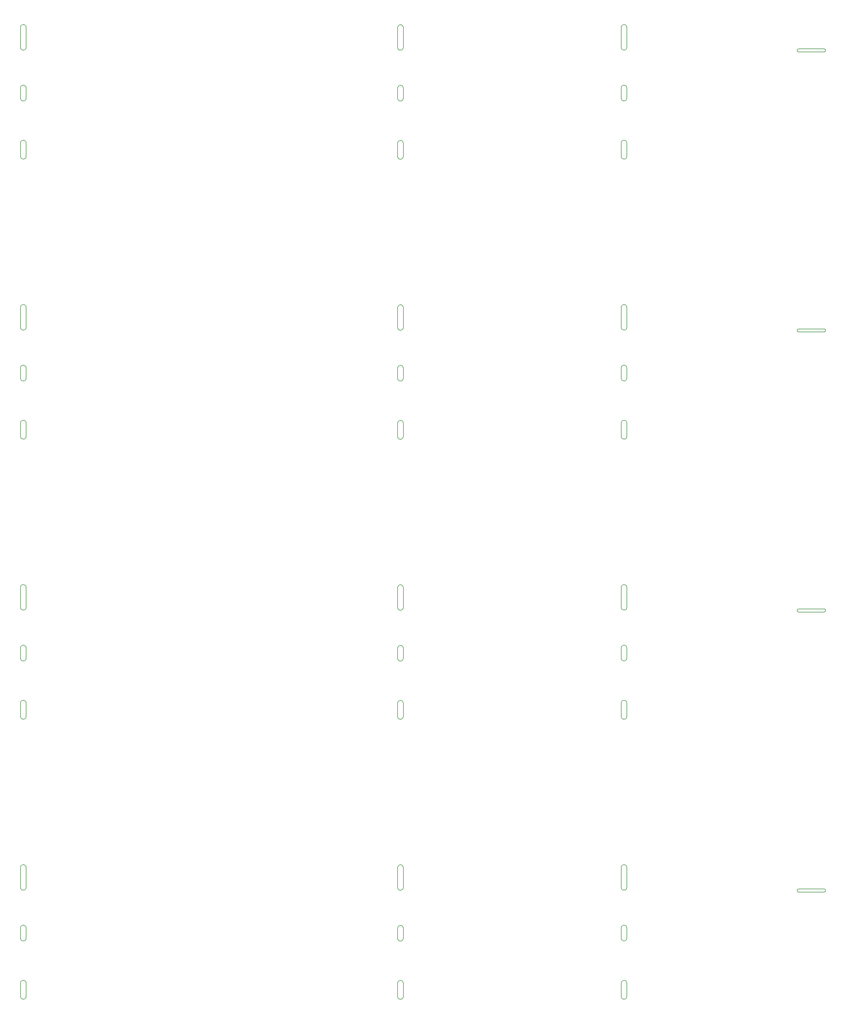
<source format=gbr>
*
%FSLAX26Y26*%
%MOIN*%
%ADD10C,0.008000*%
%IPPOS*%
%LNgko1*%
%LPD*%
G75*
G54D10*
X1042515Y940950D02*
Y1106300D01*
X1043007Y1112186D01*
X1044471Y1117909D01*
X1046864Y1123309D01*
X1050122Y1128237D01*
X1054153Y1132555D01*
X1058845Y1136143D01*
X1064068Y1138902D01*
X1069676Y1140756D01*
X1075515Y1141651D01*
X1081421Y1141564D01*
X1087231Y1140498D01*
X1092783Y1138481D01*
X1097923Y1135570D01*
X1102507Y1131845D01*
X1106410Y1127411D01*
X1109521Y1122390D01*
X1111756Y1116922D01*
X1113050Y1111159D01*
X1113385Y1106300D01*
Y940950D01*
X1112893Y935064D01*
X1111429Y929341D01*
X1109036Y923941D01*
X1105778Y919013D01*
X1101747Y914695D01*
X1097055Y911107D01*
X1091832Y908348D01*
X1086224Y906494D01*
X1080385Y905599D01*
X1074479Y905686D01*
X1068669Y906752D01*
X1063117Y908769D01*
X1057977Y911680D01*
X1053393Y915405D01*
X1049490Y919839D01*
X1046379Y924860D01*
X1044144Y930328D01*
X1042850Y936091D01*
X1042515Y940950D01*
Y1669290D02*
Y1795280D01*
X1043007Y1801166D01*
X1044471Y1806889D01*
X1046864Y1812289D01*
X1050122Y1817217D01*
X1054153Y1821535D01*
X1058845Y1825123D01*
X1064068Y1827882D01*
X1069676Y1829736D01*
X1075515Y1830631D01*
X1081421Y1830544D01*
X1087231Y1829478D01*
X1092783Y1827461D01*
X1097923Y1824550D01*
X1102507Y1820825D01*
X1106410Y1816391D01*
X1109521Y1811370D01*
X1111756Y1805902D01*
X1113050Y1800139D01*
X1113385Y1795280D01*
Y1669290D01*
X1112893Y1663404D01*
X1111429Y1657681D01*
X1109036Y1652281D01*
X1105778Y1647353D01*
X1101747Y1643035D01*
X1097055Y1639447D01*
X1091832Y1636688D01*
X1086224Y1634834D01*
X1080385Y1633939D01*
X1074479Y1634025D01*
X1068669Y1635092D01*
X1063117Y1637109D01*
X1057977Y1640020D01*
X1053393Y1643745D01*
X1049490Y1648179D01*
X1046379Y1653200D01*
X1044144Y1658668D01*
X1042850Y1664431D01*
X1042515Y1669290D01*
Y2305120D02*
Y2553150D01*
X1043007Y2559036D01*
X1044471Y2564759D01*
X1046864Y2570159D01*
X1050122Y2575087D01*
X1054153Y2579405D01*
X1058845Y2582993D01*
X1064068Y2585752D01*
X1069676Y2587606D01*
X1075515Y2588501D01*
X1081421Y2588414D01*
X1087231Y2587348D01*
X1092783Y2585331D01*
X1097923Y2582420D01*
X1102507Y2578695D01*
X1106410Y2574261D01*
X1109521Y2569240D01*
X1111756Y2563772D01*
X1113050Y2558009D01*
X1113385Y2553150D01*
Y2305120D01*
X1112893Y2299234D01*
X1111429Y2293511D01*
X1109036Y2288111D01*
X1105778Y2283183D01*
X1101747Y2278865D01*
X1097055Y2275277D01*
X1091832Y2272518D01*
X1086224Y2270664D01*
X1080385Y2269769D01*
X1074479Y2269856D01*
X1068669Y2270922D01*
X1063117Y2272939D01*
X1057977Y2275850D01*
X1053393Y2279575D01*
X1049490Y2284009D01*
X1046379Y2289030D01*
X1044144Y2294498D01*
X1042850Y2300261D01*
X1042515Y2305120D01*
X5763865Y939150D02*
Y1104500D01*
X5764357Y1110386D01*
X5765821Y1116109D01*
X5768214Y1121509D01*
X5771472Y1126437D01*
X5775503Y1130755D01*
X5780195Y1134343D01*
X5785418Y1137102D01*
X5791026Y1138956D01*
X5796865Y1139851D01*
X5802771Y1139764D01*
X5808581Y1138698D01*
X5814133Y1136681D01*
X5819273Y1133770D01*
X5823857Y1130045D01*
X5827760Y1125611D01*
X5830871Y1120590D01*
X5833106Y1115122D01*
X5834400Y1109359D01*
X5834735Y1104500D01*
Y939150D01*
X5834243Y933264D01*
X5832779Y927541D01*
X5830386Y922141D01*
X5827128Y917213D01*
X5823097Y912895D01*
X5818405Y909307D01*
X5813182Y906548D01*
X5807574Y904694D01*
X5801735Y903799D01*
X5795829Y903886D01*
X5790019Y904952D01*
X5784467Y906969D01*
X5779327Y909880D01*
X5774743Y913605D01*
X5770840Y918039D01*
X5767729Y923060D01*
X5765494Y928528D01*
X5764200Y934291D01*
X5763865Y939150D01*
Y1667500D02*
Y1793480D01*
X5764357Y1799366D01*
X5765821Y1805089D01*
X5768214Y1810489D01*
X5771472Y1815417D01*
X5775503Y1819735D01*
X5780195Y1823323D01*
X5785418Y1826082D01*
X5791026Y1827936D01*
X5796865Y1828831D01*
X5802771Y1828744D01*
X5808581Y1827678D01*
X5814133Y1825661D01*
X5819273Y1822750D01*
X5823857Y1819025D01*
X5827760Y1814591D01*
X5830871Y1809570D01*
X5833106Y1804102D01*
X5834400Y1798339D01*
X5834735Y1793480D01*
Y1667500D01*
X5834243Y1661614D01*
X5832779Y1655891D01*
X5830386Y1650491D01*
X5827128Y1645563D01*
X5823097Y1641245D01*
X5818405Y1637657D01*
X5813182Y1634898D01*
X5807574Y1633044D01*
X5801735Y1632149D01*
X5795829Y1632236D01*
X5790019Y1633302D01*
X5784467Y1635319D01*
X5779327Y1638230D01*
X5774743Y1641955D01*
X5770840Y1646389D01*
X5767729Y1651410D01*
X5765494Y1656878D01*
X5764200Y1662641D01*
X5763865Y1667500D01*
Y2303320D02*
Y2551350D01*
X5764357Y2557236D01*
X5765821Y2562959D01*
X5768214Y2568359D01*
X5771472Y2573287D01*
X5775503Y2577605D01*
X5780195Y2581193D01*
X5785418Y2583952D01*
X5791026Y2585806D01*
X5796865Y2586701D01*
X5802771Y2586614D01*
X5808581Y2585548D01*
X5814133Y2583531D01*
X5819273Y2580620D01*
X5823857Y2576895D01*
X5827760Y2572461D01*
X5830871Y2567440D01*
X5833106Y2561972D01*
X5834400Y2556209D01*
X5834735Y2551350D01*
Y2303320D01*
X5834243Y2297434D01*
X5832779Y2291711D01*
X5830386Y2286311D01*
X5827128Y2281383D01*
X5823097Y2277065D01*
X5818405Y2273477D01*
X5813182Y2270718D01*
X5807574Y2268864D01*
X5801735Y2267969D01*
X5795829Y2268056D01*
X5790019Y2269122D01*
X5784467Y2271139D01*
X5779327Y2274050D01*
X5774743Y2277775D01*
X5770840Y2282209D01*
X5767729Y2287230D01*
X5765494Y2292698D01*
X5764200Y2298461D01*
X5763865Y2303320D01*
X8562065Y940950D02*
Y1106300D01*
X8562557Y1112186D01*
X8564021Y1117909D01*
X8566414Y1123309D01*
X8569672Y1128237D01*
X8573703Y1132555D01*
X8578395Y1136143D01*
X8583618Y1138902D01*
X8589226Y1140756D01*
X8595065Y1141651D01*
X8600971Y1141564D01*
X8606781Y1140498D01*
X8612333Y1138481D01*
X8617473Y1135570D01*
X8622057Y1131845D01*
X8625960Y1127411D01*
X8629071Y1122390D01*
X8631306Y1116922D01*
X8632600Y1111159D01*
X8632935Y1106300D01*
Y940950D01*
X8632443Y935064D01*
X8630979Y929341D01*
X8628586Y923941D01*
X8625328Y919013D01*
X8621297Y914695D01*
X8616605Y911107D01*
X8611382Y908348D01*
X8605774Y906494D01*
X8599935Y905599D01*
X8594029Y905686D01*
X8588219Y906752D01*
X8582667Y908769D01*
X8577527Y911680D01*
X8572943Y915405D01*
X8569040Y919839D01*
X8565929Y924860D01*
X8563694Y930328D01*
X8562400Y936091D01*
X8562065Y940950D01*
Y1669290D02*
Y1795280D01*
X8562557Y1801166D01*
X8564021Y1806889D01*
X8566414Y1812289D01*
X8569672Y1817217D01*
X8573703Y1821535D01*
X8578395Y1825123D01*
X8583618Y1827882D01*
X8589226Y1829736D01*
X8595065Y1830631D01*
X8600971Y1830544D01*
X8606781Y1829478D01*
X8612333Y1827461D01*
X8617473Y1824550D01*
X8622057Y1820825D01*
X8625960Y1816391D01*
X8629071Y1811370D01*
X8631306Y1805902D01*
X8632600Y1800139D01*
X8632935Y1795280D01*
Y1669290D01*
X8632443Y1663404D01*
X8630979Y1657681D01*
X8628586Y1652281D01*
X8625328Y1647353D01*
X8621297Y1643035D01*
X8616605Y1639447D01*
X8611382Y1636688D01*
X8605774Y1634834D01*
X8599935Y1633939D01*
X8594029Y1634025D01*
X8588219Y1635092D01*
X8582667Y1637109D01*
X8577527Y1640020D01*
X8572943Y1643745D01*
X8569040Y1648179D01*
X8565929Y1653200D01*
X8563694Y1658668D01*
X8562400Y1664431D01*
X8562065Y1669290D01*
Y2305120D02*
Y2553150D01*
X8562557Y2559036D01*
X8564021Y2564759D01*
X8566414Y2570159D01*
X8569672Y2575087D01*
X8573703Y2579405D01*
X8578395Y2582993D01*
X8583618Y2585752D01*
X8589226Y2587606D01*
X8595065Y2588501D01*
X8600971Y2588414D01*
X8606781Y2587348D01*
X8612333Y2585331D01*
X8617473Y2582420D01*
X8622057Y2578695D01*
X8625960Y2574261D01*
X8629071Y2569240D01*
X8631306Y2563772D01*
X8632600Y2558009D01*
X8632935Y2553150D01*
Y2305120D01*
X8632443Y2299234D01*
X8630979Y2293511D01*
X8628586Y2288111D01*
X8625328Y2283183D01*
X8621297Y2278865D01*
X8616605Y2275277D01*
X8611382Y2272518D01*
X8605774Y2270664D01*
X8599935Y2269769D01*
X8594029Y2269856D01*
X8588219Y2270922D01*
X8582667Y2272939D01*
X8577527Y2275850D01*
X8572943Y2279575D01*
X8569040Y2284009D01*
X8565929Y2289030D01*
X8563694Y2294498D01*
X8562400Y2300261D01*
X8562065Y2305120D01*
X10785200Y2284650D02*
X10780829Y2284159D01*
X10776676Y2282709D01*
X10772949Y2280373D01*
X10769833Y2277268D01*
X10767485Y2273549D01*
X10766021Y2269401D01*
X10765515Y2265032D01*
X10765992Y2260659D01*
X10767427Y2256502D01*
X10769750Y2252766D01*
X10772845Y2249640D01*
X10776556Y2247280D01*
X10780699Y2245802D01*
X10785066Y2245281D01*
X10785200Y2245280D01*
Y2245280D02*
X11100000D01*
X10785200D03*
Y2284650D02*
X11100000D01*
Y2284650D02*
X11104371Y2284159D01*
X11108524Y2282709D01*
X11112251Y2280373D01*
X11115367Y2277268D01*
X11117715Y2273549D01*
X11119179Y2269401D01*
X11119685Y2265032D01*
X11119208Y2260659D01*
X11117773Y2256502D01*
X11115450Y2252766D01*
X11112355Y2249640D01*
X11108644Y2247280D01*
X11104501Y2245802D01*
X11100134Y2245281D01*
X11100000Y2245280D01*
X1042515Y4444890D02*
Y4610240D01*
X1043007Y4616126D01*
X1044471Y4621849D01*
X1046864Y4627249D01*
X1050122Y4632177D01*
X1054153Y4636495D01*
X1058845Y4640083D01*
X1064068Y4642842D01*
X1069676Y4644695D01*
X1075515Y4645591D01*
X1081421Y4645504D01*
X1087231Y4644438D01*
X1092783Y4642421D01*
X1097923Y4639510D01*
X1102507Y4635785D01*
X1106410Y4631351D01*
X1109521Y4626330D01*
X1111756Y4620862D01*
X1113050Y4615099D01*
X1113385Y4610240D01*
Y4444890D01*
X1112893Y4439003D01*
X1111429Y4433281D01*
X1109036Y4427881D01*
X1105778Y4422953D01*
X1101747Y4418635D01*
X1097055Y4415047D01*
X1091832Y4412288D01*
X1086224Y4410434D01*
X1080385Y4409539D01*
X1074479Y4409625D01*
X1068669Y4410692D01*
X1063117Y4412709D01*
X1057977Y4415620D01*
X1053393Y4419344D01*
X1049490Y4423779D01*
X1046379Y4428800D01*
X1044144Y4434268D01*
X1042850Y4440031D01*
X1042515Y4444890D01*
Y5173230D02*
Y5299220D01*
X1043007Y5305106D01*
X1044471Y5310829D01*
X1046864Y5316229D01*
X1050122Y5321157D01*
X1054153Y5325475D01*
X1058845Y5329063D01*
X1064068Y5331822D01*
X1069676Y5333675D01*
X1075515Y5334571D01*
X1081421Y5334484D01*
X1087231Y5333418D01*
X1092783Y5331401D01*
X1097923Y5328490D01*
X1102507Y5324765D01*
X1106410Y5320331D01*
X1109521Y5315310D01*
X1111756Y5309842D01*
X1113050Y5304079D01*
X1113385Y5299220D01*
Y5173230D01*
X1112893Y5167343D01*
X1111429Y5161621D01*
X1109036Y5156220D01*
X1105778Y5151293D01*
X1101747Y5146975D01*
X1097055Y5143387D01*
X1091832Y5140627D01*
X1086224Y5138774D01*
X1080385Y5137879D01*
X1074479Y5137965D01*
X1068669Y5139032D01*
X1063117Y5141049D01*
X1057977Y5143960D01*
X1053393Y5147684D01*
X1049490Y5152119D01*
X1046379Y5157140D01*
X1044144Y5162608D01*
X1042850Y5168371D01*
X1042515Y5173230D01*
Y5809060D02*
Y6057090D01*
X1043007Y6062976D01*
X1044471Y6068699D01*
X1046864Y6074099D01*
X1050122Y6079027D01*
X1054153Y6083345D01*
X1058845Y6086933D01*
X1064068Y6089692D01*
X1069676Y6091545D01*
X1075515Y6092441D01*
X1081421Y6092354D01*
X1087231Y6091288D01*
X1092783Y6089271D01*
X1097923Y6086360D01*
X1102507Y6082635D01*
X1106410Y6078201D01*
X1109521Y6073180D01*
X1111756Y6067712D01*
X1113050Y6061949D01*
X1113385Y6057090D01*
Y5809060D01*
X1112893Y5803173D01*
X1111429Y5797451D01*
X1109036Y5792050D01*
X1105778Y5787123D01*
X1101747Y5782805D01*
X1097055Y5779217D01*
X1091832Y5776457D01*
X1086224Y5774604D01*
X1080385Y5773709D01*
X1074479Y5773795D01*
X1068669Y5774862D01*
X1063117Y5776879D01*
X1057977Y5779790D01*
X1053393Y5783514D01*
X1049490Y5787949D01*
X1046379Y5792970D01*
X1044144Y5798438D01*
X1042850Y5804201D01*
X1042515Y5809060D01*
X5763865Y4443090D02*
Y4608440D01*
X5764357Y4614326D01*
X5765821Y4620049D01*
X5768214Y4625449D01*
X5771472Y4630377D01*
X5775503Y4634695D01*
X5780195Y4638283D01*
X5785418Y4641042D01*
X5791026Y4642895D01*
X5796865Y4643791D01*
X5802771Y4643704D01*
X5808581Y4642638D01*
X5814133Y4640621D01*
X5819273Y4637710D01*
X5823857Y4633985D01*
X5827760Y4629551D01*
X5830871Y4624530D01*
X5833106Y4619062D01*
X5834400Y4613299D01*
X5834735Y4608440D01*
Y4443090D01*
X5834243Y4437203D01*
X5832779Y4431481D01*
X5830386Y4426081D01*
X5827128Y4421153D01*
X5823097Y4416835D01*
X5818405Y4413247D01*
X5813182Y4410488D01*
X5807574Y4408634D01*
X5801735Y4407739D01*
X5795829Y4407825D01*
X5790019Y4408892D01*
X5784467Y4410909D01*
X5779327Y4413820D01*
X5774743Y4417544D01*
X5770840Y4421979D01*
X5767729Y4427000D01*
X5765494Y4432468D01*
X5764200Y4438231D01*
X5763865Y4443090D01*
Y5171440D02*
Y5297420D01*
X5764357Y5303306D01*
X5765821Y5309029D01*
X5768214Y5314429D01*
X5771472Y5319357D01*
X5775503Y5323675D01*
X5780195Y5327263D01*
X5785418Y5330022D01*
X5791026Y5331875D01*
X5796865Y5332771D01*
X5802771Y5332684D01*
X5808581Y5331618D01*
X5814133Y5329601D01*
X5819273Y5326690D01*
X5823857Y5322965D01*
X5827760Y5318531D01*
X5830871Y5313510D01*
X5833106Y5308042D01*
X5834400Y5302279D01*
X5834735Y5297420D01*
Y5171440D01*
X5834243Y5165553D01*
X5832779Y5159831D01*
X5830386Y5154431D01*
X5827128Y5149503D01*
X5823097Y5145185D01*
X5818405Y5141597D01*
X5813182Y5138838D01*
X5807574Y5136984D01*
X5801735Y5136089D01*
X5795829Y5136175D01*
X5790019Y5137242D01*
X5784467Y5139259D01*
X5779327Y5142170D01*
X5774743Y5145894D01*
X5770840Y5150329D01*
X5767729Y5155350D01*
X5765494Y5160818D01*
X5764200Y5166581D01*
X5763865Y5171440D01*
Y5807260D02*
Y6055290D01*
X5764357Y6061176D01*
X5765821Y6066899D01*
X5768214Y6072299D01*
X5771472Y6077227D01*
X5775503Y6081545D01*
X5780195Y6085133D01*
X5785418Y6087892D01*
X5791026Y6089745D01*
X5796865Y6090641D01*
X5802771Y6090554D01*
X5808581Y6089488D01*
X5814133Y6087471D01*
X5819273Y6084560D01*
X5823857Y6080835D01*
X5827760Y6076401D01*
X5830871Y6071380D01*
X5833106Y6065912D01*
X5834400Y6060149D01*
X5834735Y6055290D01*
Y5807260D01*
X5834243Y5801373D01*
X5832779Y5795651D01*
X5830386Y5790250D01*
X5827128Y5785323D01*
X5823097Y5781005D01*
X5818405Y5777417D01*
X5813182Y5774657D01*
X5807574Y5772804D01*
X5801735Y5771909D01*
X5795829Y5771995D01*
X5790019Y5773062D01*
X5784467Y5775079D01*
X5779327Y5777990D01*
X5774743Y5781714D01*
X5770840Y5786149D01*
X5767729Y5791170D01*
X5765494Y5796638D01*
X5764200Y5802401D01*
X5763865Y5807260D01*
X8562065Y4444890D02*
Y4610240D01*
X8562557Y4616126D01*
X8564021Y4621849D01*
X8566414Y4627249D01*
X8569672Y4632177D01*
X8573703Y4636495D01*
X8578395Y4640083D01*
X8583618Y4642842D01*
X8589226Y4644695D01*
X8595065Y4645591D01*
X8600971Y4645504D01*
X8606781Y4644438D01*
X8612333Y4642421D01*
X8617473Y4639510D01*
X8622057Y4635785D01*
X8625960Y4631351D01*
X8629071Y4626330D01*
X8631306Y4620862D01*
X8632600Y4615099D01*
X8632935Y4610240D01*
Y4444890D01*
X8632443Y4439003D01*
X8630979Y4433281D01*
X8628586Y4427881D01*
X8625328Y4422953D01*
X8621297Y4418635D01*
X8616605Y4415047D01*
X8611382Y4412288D01*
X8605774Y4410434D01*
X8599935Y4409539D01*
X8594029Y4409625D01*
X8588219Y4410692D01*
X8582667Y4412709D01*
X8577527Y4415620D01*
X8572943Y4419344D01*
X8569040Y4423779D01*
X8565929Y4428800D01*
X8563694Y4434268D01*
X8562400Y4440031D01*
X8562065Y4444890D01*
Y5173230D02*
Y5299220D01*
X8562557Y5305106D01*
X8564021Y5310829D01*
X8566414Y5316229D01*
X8569672Y5321157D01*
X8573703Y5325475D01*
X8578395Y5329063D01*
X8583618Y5331822D01*
X8589226Y5333675D01*
X8595065Y5334571D01*
X8600971Y5334484D01*
X8606781Y5333418D01*
X8612333Y5331401D01*
X8617473Y5328490D01*
X8622057Y5324765D01*
X8625960Y5320331D01*
X8629071Y5315310D01*
X8631306Y5309842D01*
X8632600Y5304079D01*
X8632935Y5299220D01*
Y5173230D01*
X8632443Y5167343D01*
X8630979Y5161621D01*
X8628586Y5156220D01*
X8625328Y5151293D01*
X8621297Y5146975D01*
X8616605Y5143387D01*
X8611382Y5140627D01*
X8605774Y5138774D01*
X8599935Y5137879D01*
X8594029Y5137965D01*
X8588219Y5139032D01*
X8582667Y5141049D01*
X8577527Y5143960D01*
X8572943Y5147684D01*
X8569040Y5152119D01*
X8565929Y5157140D01*
X8563694Y5162608D01*
X8562400Y5168371D01*
X8562065Y5173230D01*
Y5809060D02*
Y6057090D01*
X8562557Y6062976D01*
X8564021Y6068699D01*
X8566414Y6074099D01*
X8569672Y6079027D01*
X8573703Y6083345D01*
X8578395Y6086933D01*
X8583618Y6089692D01*
X8589226Y6091545D01*
X8595065Y6092441D01*
X8600971Y6092354D01*
X8606781Y6091288D01*
X8612333Y6089271D01*
X8617473Y6086360D01*
X8622057Y6082635D01*
X8625960Y6078201D01*
X8629071Y6073180D01*
X8631306Y6067712D01*
X8632600Y6061949D01*
X8632935Y6057090D01*
Y5809060D01*
X8632443Y5803173D01*
X8630979Y5797451D01*
X8628586Y5792050D01*
X8625328Y5787123D01*
X8621297Y5782805D01*
X8616605Y5779217D01*
X8611382Y5776457D01*
X8605774Y5774604D01*
X8599935Y5773709D01*
X8594029Y5773795D01*
X8588219Y5774862D01*
X8582667Y5776879D01*
X8577527Y5779790D01*
X8572943Y5783514D01*
X8569040Y5787949D01*
X8565929Y5792970D01*
X8563694Y5798438D01*
X8562400Y5804201D01*
X8562065Y5809060D01*
X10785200Y5788590D02*
X10780829Y5788099D01*
X10776676Y5786649D01*
X10772949Y5784313D01*
X10769833Y5781208D01*
X10767485Y5777489D01*
X10766021Y5773341D01*
X10765515Y5768972D01*
X10765992Y5764599D01*
X10767427Y5760441D01*
X10769750Y5756706D01*
X10772845Y5753580D01*
X10776556Y5751219D01*
X10780699Y5749741D01*
X10785066Y5749220D01*
X10785200Y5749220D01*
Y5749220D02*
X11100000D01*
X10785200D03*
Y5788590D02*
X11100000D01*
Y5788590D02*
X11104371Y5788099D01*
X11108524Y5786649D01*
X11112251Y5784313D01*
X11115367Y5781208D01*
X11117715Y5777489D01*
X11119179Y5773341D01*
X11119685Y5768972D01*
X11119208Y5764599D01*
X11117773Y5760441D01*
X11115450Y5756706D01*
X11112355Y5753580D01*
X11108644Y5751219D01*
X11104501Y5749741D01*
X11100134Y5749220D01*
X11100000Y5749220D01*
X1042515Y7948830D02*
Y8114180D01*
X1043007Y8120066D01*
X1044471Y8125789D01*
X1046864Y8131189D01*
X1050122Y8136117D01*
X1054153Y8140435D01*
X1058845Y8144023D01*
X1064068Y8146782D01*
X1069676Y8148635D01*
X1075515Y8149531D01*
X1081421Y8149444D01*
X1087231Y8148378D01*
X1092783Y8146361D01*
X1097923Y8143450D01*
X1102507Y8139725D01*
X1106410Y8135291D01*
X1109521Y8130270D01*
X1111756Y8124802D01*
X1113050Y8119038D01*
X1113385Y8114180D01*
Y7948830D01*
X1112893Y7942943D01*
X1111429Y7937221D01*
X1109036Y7931820D01*
X1105778Y7926893D01*
X1101747Y7922575D01*
X1097055Y7918986D01*
X1091832Y7916227D01*
X1086224Y7914374D01*
X1080385Y7913479D01*
X1074479Y7913565D01*
X1068669Y7914632D01*
X1063117Y7916649D01*
X1057977Y7919560D01*
X1053393Y7923284D01*
X1049490Y7927719D01*
X1046379Y7932740D01*
X1044144Y7938208D01*
X1042850Y7943971D01*
X1042515Y7948830D01*
Y8677170D02*
Y8803160D01*
X1043007Y8809046D01*
X1044471Y8814769D01*
X1046864Y8820169D01*
X1050122Y8825097D01*
X1054153Y8829415D01*
X1058845Y8833003D01*
X1064068Y8835762D01*
X1069676Y8837615D01*
X1075515Y8838511D01*
X1081421Y8838424D01*
X1087231Y8837358D01*
X1092783Y8835341D01*
X1097923Y8832430D01*
X1102507Y8828705D01*
X1106410Y8824271D01*
X1109521Y8819250D01*
X1111756Y8813782D01*
X1113050Y8808018D01*
X1113385Y8803160D01*
Y8677170D01*
X1112893Y8671283D01*
X1111429Y8665561D01*
X1109036Y8660160D01*
X1105778Y8655233D01*
X1101747Y8650915D01*
X1097055Y8647326D01*
X1091832Y8644567D01*
X1086224Y8642714D01*
X1080385Y8641819D01*
X1074479Y8641905D01*
X1068669Y8642972D01*
X1063117Y8644989D01*
X1057977Y8647900D01*
X1053393Y8651624D01*
X1049490Y8656059D01*
X1046379Y8661080D01*
X1044144Y8666548D01*
X1042850Y8672311D01*
X1042515Y8677170D01*
Y9313000D02*
Y9561030D01*
X1043007Y9566916D01*
X1044471Y9572639D01*
X1046864Y9578039D01*
X1050122Y9582967D01*
X1054153Y9587285D01*
X1058845Y9590873D01*
X1064068Y9593632D01*
X1069676Y9595485D01*
X1075515Y9596381D01*
X1081421Y9596294D01*
X1087231Y9595228D01*
X1092783Y9593211D01*
X1097923Y9590300D01*
X1102507Y9586575D01*
X1106410Y9582141D01*
X1109521Y9577120D01*
X1111756Y9571652D01*
X1113050Y9565888D01*
X1113385Y9561030D01*
Y9313000D01*
X1112893Y9307113D01*
X1111429Y9301391D01*
X1109036Y9295990D01*
X1105778Y9291063D01*
X1101747Y9286745D01*
X1097055Y9283156D01*
X1091832Y9280397D01*
X1086224Y9278544D01*
X1080385Y9277649D01*
X1074479Y9277735D01*
X1068669Y9278802D01*
X1063117Y9280819D01*
X1057977Y9283730D01*
X1053393Y9287454D01*
X1049490Y9291889D01*
X1046379Y9296910D01*
X1044144Y9302378D01*
X1042850Y9308141D01*
X1042515Y9313000D01*
X5763865Y7947030D02*
Y8112380D01*
X5764357Y8118266D01*
X5765821Y8123989D01*
X5768214Y8129389D01*
X5771472Y8134317D01*
X5775503Y8138635D01*
X5780195Y8142223D01*
X5785418Y8144982D01*
X5791026Y8146835D01*
X5796865Y8147731D01*
X5802771Y8147644D01*
X5808581Y8146578D01*
X5814133Y8144561D01*
X5819273Y8141650D01*
X5823857Y8137925D01*
X5827760Y8133491D01*
X5830871Y8128470D01*
X5833106Y8123002D01*
X5834400Y8117238D01*
X5834735Y8112380D01*
Y7947030D01*
X5834243Y7941143D01*
X5832779Y7935421D01*
X5830386Y7930020D01*
X5827128Y7925093D01*
X5823097Y7920775D01*
X5818405Y7917186D01*
X5813182Y7914427D01*
X5807574Y7912574D01*
X5801735Y7911679D01*
X5795829Y7911765D01*
X5790019Y7912832D01*
X5784467Y7914849D01*
X5779327Y7917760D01*
X5774743Y7921484D01*
X5770840Y7925919D01*
X5767729Y7930940D01*
X5765494Y7936408D01*
X5764200Y7942171D01*
X5763865Y7947030D01*
Y8675380D02*
Y8801360D01*
X5764357Y8807246D01*
X5765821Y8812969D01*
X5768214Y8818369D01*
X5771472Y8823297D01*
X5775503Y8827615D01*
X5780195Y8831203D01*
X5785418Y8833962D01*
X5791026Y8835815D01*
X5796865Y8836711D01*
X5802771Y8836624D01*
X5808581Y8835558D01*
X5814133Y8833541D01*
X5819273Y8830630D01*
X5823857Y8826905D01*
X5827760Y8822471D01*
X5830871Y8817450D01*
X5833106Y8811982D01*
X5834400Y8806218D01*
X5834735Y8801360D01*
Y8675380D01*
X5834243Y8669493D01*
X5832779Y8663771D01*
X5830386Y8658370D01*
X5827128Y8653443D01*
X5823097Y8649125D01*
X5818405Y8645536D01*
X5813182Y8642777D01*
X5807574Y8640924D01*
X5801735Y8640029D01*
X5795829Y8640115D01*
X5790019Y8641182D01*
X5784467Y8643199D01*
X5779327Y8646110D01*
X5774743Y8649834D01*
X5770840Y8654269D01*
X5767729Y8659290D01*
X5765494Y8664758D01*
X5764200Y8670521D01*
X5763865Y8675380D01*
Y9311200D02*
Y9559230D01*
X5764357Y9565116D01*
X5765821Y9570839D01*
X5768214Y9576239D01*
X5771472Y9581167D01*
X5775503Y9585485D01*
X5780195Y9589073D01*
X5785418Y9591832D01*
X5791026Y9593685D01*
X5796865Y9594581D01*
X5802771Y9594494D01*
X5808581Y9593428D01*
X5814133Y9591411D01*
X5819273Y9588500D01*
X5823857Y9584775D01*
X5827760Y9580341D01*
X5830871Y9575320D01*
X5833106Y9569852D01*
X5834400Y9564088D01*
X5834735Y9559230D01*
Y9311200D01*
X5834243Y9305313D01*
X5832779Y9299591D01*
X5830386Y9294190D01*
X5827128Y9289263D01*
X5823097Y9284945D01*
X5818405Y9281356D01*
X5813182Y9278597D01*
X5807574Y9276744D01*
X5801735Y9275849D01*
X5795829Y9275935D01*
X5790019Y9277002D01*
X5784467Y9279019D01*
X5779327Y9281930D01*
X5774743Y9285654D01*
X5770840Y9290089D01*
X5767729Y9295110D01*
X5765494Y9300578D01*
X5764200Y9306341D01*
X5763865Y9311200D01*
X8562065Y7948830D02*
Y8114180D01*
X8562557Y8120066D01*
X8564021Y8125789D01*
X8566414Y8131189D01*
X8569672Y8136117D01*
X8573703Y8140435D01*
X8578395Y8144023D01*
X8583618Y8146782D01*
X8589226Y8148635D01*
X8595065Y8149531D01*
X8600971Y8149444D01*
X8606781Y8148378D01*
X8612333Y8146361D01*
X8617473Y8143450D01*
X8622057Y8139725D01*
X8625960Y8135291D01*
X8629071Y8130270D01*
X8631306Y8124802D01*
X8632600Y8119038D01*
X8632935Y8114180D01*
Y7948830D01*
X8632443Y7942943D01*
X8630979Y7937221D01*
X8628586Y7931820D01*
X8625328Y7926893D01*
X8621297Y7922575D01*
X8616605Y7918986D01*
X8611382Y7916227D01*
X8605774Y7914374D01*
X8599935Y7913479D01*
X8594029Y7913565D01*
X8588219Y7914632D01*
X8582667Y7916649D01*
X8577527Y7919560D01*
X8572943Y7923284D01*
X8569040Y7927719D01*
X8565929Y7932740D01*
X8563694Y7938208D01*
X8562400Y7943971D01*
X8562065Y7948830D01*
Y8677170D02*
Y8803160D01*
X8562557Y8809046D01*
X8564021Y8814769D01*
X8566414Y8820169D01*
X8569672Y8825097D01*
X8573703Y8829415D01*
X8578395Y8833003D01*
X8583618Y8835762D01*
X8589226Y8837615D01*
X8595065Y8838511D01*
X8600971Y8838424D01*
X8606781Y8837358D01*
X8612333Y8835341D01*
X8617473Y8832430D01*
X8622057Y8828705D01*
X8625960Y8824271D01*
X8629071Y8819250D01*
X8631306Y8813782D01*
X8632600Y8808018D01*
X8632935Y8803160D01*
Y8677170D01*
X8632443Y8671283D01*
X8630979Y8665561D01*
X8628586Y8660160D01*
X8625328Y8655233D01*
X8621297Y8650915D01*
X8616605Y8647326D01*
X8611382Y8644567D01*
X8605774Y8642714D01*
X8599935Y8641819D01*
X8594029Y8641905D01*
X8588219Y8642972D01*
X8582667Y8644989D01*
X8577527Y8647900D01*
X8572943Y8651624D01*
X8569040Y8656059D01*
X8565929Y8661080D01*
X8563694Y8666548D01*
X8562400Y8672311D01*
X8562065Y8677170D01*
Y9313000D02*
Y9561030D01*
X8562557Y9566916D01*
X8564021Y9572639D01*
X8566414Y9578039D01*
X8569672Y9582967D01*
X8573703Y9587285D01*
X8578395Y9590873D01*
X8583618Y9593632D01*
X8589226Y9595485D01*
X8595065Y9596381D01*
X8600971Y9596294D01*
X8606781Y9595228D01*
X8612333Y9593211D01*
X8617473Y9590300D01*
X8622057Y9586575D01*
X8625960Y9582141D01*
X8629071Y9577120D01*
X8631306Y9571652D01*
X8632600Y9565888D01*
X8632935Y9561030D01*
Y9313000D01*
X8632443Y9307113D01*
X8630979Y9301391D01*
X8628586Y9295990D01*
X8625328Y9291063D01*
X8621297Y9286745D01*
X8616605Y9283156D01*
X8611382Y9280397D01*
X8605774Y9278544D01*
X8599935Y9277649D01*
X8594029Y9277735D01*
X8588219Y9278802D01*
X8582667Y9280819D01*
X8577527Y9283730D01*
X8572943Y9287454D01*
X8569040Y9291889D01*
X8565929Y9296910D01*
X8563694Y9302378D01*
X8562400Y9308141D01*
X8562065Y9313000D01*
X10785200Y9292530D02*
X10780829Y9292038D01*
X10776676Y9290589D01*
X10772949Y9288253D01*
X10769833Y9285148D01*
X10767485Y9281429D01*
X10766021Y9277281D01*
X10765515Y9272912D01*
X10765992Y9268539D01*
X10767427Y9264381D01*
X10769750Y9260646D01*
X10772845Y9257520D01*
X10776556Y9255159D01*
X10780699Y9253681D01*
X10785066Y9253160D01*
X10785200Y9253160D01*
Y9253160D02*
X11100000D01*
X10785200D03*
Y9292530D02*
X11100000D01*
Y9292530D02*
X11104371Y9292038D01*
X11108524Y9290589D01*
X11112251Y9288253D01*
X11115367Y9285148D01*
X11117715Y9281429D01*
X11119179Y9277281D01*
X11119685Y9272912D01*
X11119208Y9268539D01*
X11117773Y9264381D01*
X11115450Y9260646D01*
X11112355Y9257520D01*
X11108644Y9255159D01*
X11104501Y9253681D01*
X11100134Y9253160D01*
X11100000Y9253160D01*
X1042515Y11452770D02*
Y11618120D01*
X1043007Y11624006D01*
X1044471Y11629729D01*
X1046864Y11635129D01*
X1050122Y11640056D01*
X1054153Y11644375D01*
X1058845Y11647963D01*
X1064068Y11650722D01*
X1069676Y11652575D01*
X1075515Y11653471D01*
X1081421Y11653384D01*
X1087231Y11652318D01*
X1092783Y11650301D01*
X1097923Y11647389D01*
X1102507Y11643665D01*
X1106410Y11639231D01*
X1109521Y11634210D01*
X1111756Y11628741D01*
X1113050Y11622978D01*
X1113385Y11618120D01*
Y11452770D01*
X1112893Y11446883D01*
X1111429Y11441160D01*
X1109036Y11435760D01*
X1105778Y11430833D01*
X1101747Y11426515D01*
X1097055Y11422926D01*
X1091832Y11420167D01*
X1086224Y11418314D01*
X1080385Y11417418D01*
X1074479Y11417505D01*
X1068669Y11418572D01*
X1063117Y11420589D01*
X1057977Y11423500D01*
X1053393Y11427224D01*
X1049490Y11431659D01*
X1046379Y11436680D01*
X1044144Y11442148D01*
X1042850Y11447911D01*
X1042515Y11452770D01*
Y12181110D02*
Y12307100D01*
X1043007Y12312986D01*
X1044471Y12318709D01*
X1046864Y12324109D01*
X1050122Y12329037D01*
X1054153Y12333355D01*
X1058845Y12336943D01*
X1064068Y12339702D01*
X1069676Y12341555D01*
X1075515Y12342451D01*
X1081421Y12342364D01*
X1087231Y12341298D01*
X1092783Y12339281D01*
X1097923Y12336369D01*
X1102507Y12332645D01*
X1106410Y12328211D01*
X1109521Y12323190D01*
X1111756Y12317721D01*
X1113050Y12311958D01*
X1113385Y12307100D01*
Y12181110D01*
X1112893Y12175223D01*
X1111429Y12169500D01*
X1109036Y12164100D01*
X1105778Y12159173D01*
X1101747Y12154855D01*
X1097055Y12151266D01*
X1091832Y12148507D01*
X1086224Y12146654D01*
X1080385Y12145758D01*
X1074479Y12145845D01*
X1068669Y12146912D01*
X1063117Y12148929D01*
X1057977Y12151840D01*
X1053393Y12155564D01*
X1049490Y12159999D01*
X1046379Y12165020D01*
X1044144Y12170488D01*
X1042850Y12176251D01*
X1042515Y12181110D01*
Y12816940D02*
Y13064970D01*
X1043007Y13070856D01*
X1044471Y13076579D01*
X1046864Y13081979D01*
X1050122Y13086906D01*
X1054153Y13091225D01*
X1058845Y13094813D01*
X1064068Y13097572D01*
X1069676Y13099425D01*
X1075515Y13100321D01*
X1081421Y13100234D01*
X1087231Y13099168D01*
X1092783Y13097151D01*
X1097923Y13094239D01*
X1102507Y13090515D01*
X1106410Y13086081D01*
X1109521Y13081060D01*
X1111756Y13075591D01*
X1113050Y13069828D01*
X1113385Y13064970D01*
Y12816940D01*
X1112893Y12811053D01*
X1111429Y12805330D01*
X1109036Y12799930D01*
X1105778Y12795003D01*
X1101747Y12790685D01*
X1097055Y12787096D01*
X1091832Y12784337D01*
X1086224Y12782484D01*
X1080385Y12781588D01*
X1074479Y12781675D01*
X1068669Y12782742D01*
X1063117Y12784759D01*
X1057977Y12787670D01*
X1053393Y12791394D01*
X1049490Y12795829D01*
X1046379Y12800850D01*
X1044144Y12806318D01*
X1042850Y12812081D01*
X1042515Y12816940D01*
X5763865Y11450970D02*
Y11616320D01*
X5764357Y11622206D01*
X5765821Y11627929D01*
X5768214Y11633329D01*
X5771472Y11638256D01*
X5775503Y11642575D01*
X5780195Y11646163D01*
X5785418Y11648922D01*
X5791026Y11650775D01*
X5796865Y11651671D01*
X5802771Y11651584D01*
X5808581Y11650518D01*
X5814133Y11648501D01*
X5819273Y11645589D01*
X5823857Y11641865D01*
X5827760Y11637431D01*
X5830871Y11632410D01*
X5833106Y11626941D01*
X5834400Y11621178D01*
X5834735Y11616320D01*
Y11450970D01*
X5834243Y11445083D01*
X5832779Y11439360D01*
X5830386Y11433960D01*
X5827128Y11429033D01*
X5823097Y11424715D01*
X5818405Y11421126D01*
X5813182Y11418367D01*
X5807574Y11416514D01*
X5801735Y11415618D01*
X5795829Y11415705D01*
X5790019Y11416772D01*
X5784467Y11418789D01*
X5779327Y11421700D01*
X5774743Y11425424D01*
X5770840Y11429859D01*
X5767729Y11434880D01*
X5765494Y11440348D01*
X5764200Y11446111D01*
X5763865Y11450970D01*
Y12179320D02*
Y12305300D01*
X5764357Y12311186D01*
X5765821Y12316909D01*
X5768214Y12322309D01*
X5771472Y12327237D01*
X5775503Y12331555D01*
X5780195Y12335143D01*
X5785418Y12337902D01*
X5791026Y12339755D01*
X5796865Y12340651D01*
X5802771Y12340564D01*
X5808581Y12339498D01*
X5814133Y12337481D01*
X5819273Y12334569D01*
X5823857Y12330845D01*
X5827760Y12326411D01*
X5830871Y12321390D01*
X5833106Y12315921D01*
X5834400Y12310158D01*
X5834735Y12305300D01*
Y12179320D01*
X5834243Y12173433D01*
X5832779Y12167710D01*
X5830386Y12162310D01*
X5827128Y12157383D01*
X5823097Y12153065D01*
X5818405Y12149476D01*
X5813182Y12146717D01*
X5807574Y12144864D01*
X5801735Y12143968D01*
X5795829Y12144055D01*
X5790019Y12145122D01*
X5784467Y12147139D01*
X5779327Y12150050D01*
X5774743Y12153774D01*
X5770840Y12158209D01*
X5767729Y12163230D01*
X5765494Y12168698D01*
X5764200Y12174461D01*
X5763865Y12179320D01*
Y12815140D02*
Y13063170D01*
X5764357Y13069056D01*
X5765821Y13074779D01*
X5768214Y13080179D01*
X5771472Y13085106D01*
X5775503Y13089425D01*
X5780195Y13093013D01*
X5785418Y13095772D01*
X5791026Y13097625D01*
X5796865Y13098521D01*
X5802771Y13098434D01*
X5808581Y13097368D01*
X5814133Y13095351D01*
X5819273Y13092439D01*
X5823857Y13088715D01*
X5827760Y13084281D01*
X5830871Y13079260D01*
X5833106Y13073791D01*
X5834400Y13068028D01*
X5834735Y13063170D01*
Y12815140D01*
X5834243Y12809253D01*
X5832779Y12803530D01*
X5830386Y12798130D01*
X5827128Y12793203D01*
X5823097Y12788885D01*
X5818405Y12785296D01*
X5813182Y12782537D01*
X5807574Y12780684D01*
X5801735Y12779788D01*
X5795829Y12779875D01*
X5790019Y12780942D01*
X5784467Y12782959D01*
X5779327Y12785870D01*
X5774743Y12789594D01*
X5770840Y12794029D01*
X5767729Y12799050D01*
X5765494Y12804518D01*
X5764200Y12810281D01*
X5763865Y12815140D01*
X8562065Y11452770D02*
Y11618120D01*
X8562557Y11624006D01*
X8564021Y11629729D01*
X8566414Y11635129D01*
X8569672Y11640056D01*
X8573703Y11644375D01*
X8578395Y11647963D01*
X8583618Y11650722D01*
X8589226Y11652575D01*
X8595065Y11653471D01*
X8600971Y11653384D01*
X8606781Y11652318D01*
X8612333Y11650301D01*
X8617473Y11647389D01*
X8622057Y11643665D01*
X8625960Y11639231D01*
X8629071Y11634210D01*
X8631306Y11628741D01*
X8632600Y11622978D01*
X8632935Y11618120D01*
Y11452770D01*
X8632443Y11446883D01*
X8630979Y11441160D01*
X8628586Y11435760D01*
X8625328Y11430833D01*
X8621297Y11426515D01*
X8616605Y11422926D01*
X8611382Y11420167D01*
X8605774Y11418314D01*
X8599935Y11417418D01*
X8594029Y11417505D01*
X8588219Y11418572D01*
X8582667Y11420589D01*
X8577527Y11423500D01*
X8572943Y11427224D01*
X8569040Y11431659D01*
X8565929Y11436680D01*
X8563694Y11442148D01*
X8562400Y11447911D01*
X8562065Y11452770D01*
Y12181110D02*
Y12307100D01*
X8562557Y12312986D01*
X8564021Y12318709D01*
X8566414Y12324109D01*
X8569672Y12329037D01*
X8573703Y12333355D01*
X8578395Y12336943D01*
X8583618Y12339702D01*
X8589226Y12341555D01*
X8595065Y12342451D01*
X8600971Y12342364D01*
X8606781Y12341298D01*
X8612333Y12339281D01*
X8617473Y12336369D01*
X8622057Y12332645D01*
X8625960Y12328211D01*
X8629071Y12323190D01*
X8631306Y12317721D01*
X8632600Y12311958D01*
X8632935Y12307100D01*
Y12181110D01*
X8632443Y12175223D01*
X8630979Y12169500D01*
X8628586Y12164100D01*
X8625328Y12159173D01*
X8621297Y12154855D01*
X8616605Y12151266D01*
X8611382Y12148507D01*
X8605774Y12146654D01*
X8599935Y12145758D01*
X8594029Y12145845D01*
X8588219Y12146912D01*
X8582667Y12148929D01*
X8577527Y12151840D01*
X8572943Y12155564D01*
X8569040Y12159999D01*
X8565929Y12165020D01*
X8563694Y12170488D01*
X8562400Y12176251D01*
X8562065Y12181110D01*
Y12816940D02*
Y13064970D01*
X8562557Y13070856D01*
X8564021Y13076579D01*
X8566414Y13081979D01*
X8569672Y13086906D01*
X8573703Y13091225D01*
X8578395Y13094813D01*
X8583618Y13097572D01*
X8589226Y13099425D01*
X8595065Y13100321D01*
X8600971Y13100234D01*
X8606781Y13099168D01*
X8612333Y13097151D01*
X8617473Y13094239D01*
X8622057Y13090515D01*
X8625960Y13086081D01*
X8629071Y13081060D01*
X8631306Y13075591D01*
X8632600Y13069828D01*
X8632935Y13064970D01*
Y12816940D01*
X8632443Y12811053D01*
X8630979Y12805330D01*
X8628586Y12799930D01*
X8625328Y12795003D01*
X8621297Y12790685D01*
X8616605Y12787096D01*
X8611382Y12784337D01*
X8605774Y12782484D01*
X8599935Y12781588D01*
X8594029Y12781675D01*
X8588219Y12782742D01*
X8582667Y12784759D01*
X8577527Y12787670D01*
X8572943Y12791394D01*
X8569040Y12795829D01*
X8565929Y12800850D01*
X8563694Y12806318D01*
X8562400Y12812081D01*
X8562065Y12816940D01*
X10785200Y12796470D02*
X10780829Y12795978D01*
X10776676Y12794528D01*
X10772949Y12792193D01*
X10769833Y12789088D01*
X10767485Y12785369D01*
X10766021Y12781221D01*
X10765515Y12776851D01*
X10765992Y12772479D01*
X10767427Y12768321D01*
X10769750Y12764586D01*
X10772845Y12761460D01*
X10776556Y12759099D01*
X10780699Y12757621D01*
X10785066Y12757100D01*
X10785200Y12757100D01*
Y12757100D02*
X11100000D01*
X10785200D03*
Y12796470D02*
X11100000D01*
Y12796470D02*
X11104371Y12795978D01*
X11108524Y12794528D01*
X11112251Y12792193D01*
X11115367Y12789088D01*
X11117715Y12785369D01*
X11119179Y12781221D01*
X11119685Y12776851D01*
X11119208Y12772479D01*
X11117773Y12768321D01*
X11115450Y12764586D01*
X11112355Y12761460D01*
X11108644Y12759099D01*
X11104501Y12757621D01*
X11100134Y12757100D01*
X11100000Y12757100D01*
M02*

</source>
